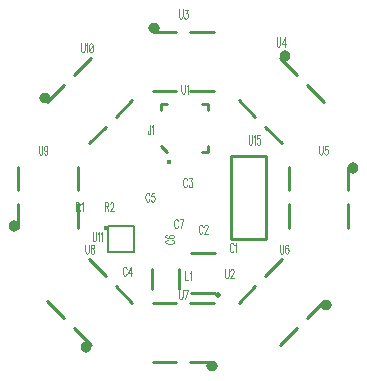
<source format=gto>
G04 DipTrace 2.4.0.2*
%INcircle.gto*%
%MOMM*%
%ADD10C,0.25*%
%ADD14C,0.4*%
%ADD18C,0.152*%
%ADD22O,0.437X0.4*%
%ADD27O,0.5X0.5*%
%ADD30O,0.975X0.925*%
%ADD35O,0.925X0.975*%
%ADD69C,0.118*%
%FSLAX53Y53*%
G04*
G71*
G90*
G75*
G01*
%LNTopSilk*%
%LPD*%
D22*
X25383Y29444D3*
X25238Y30361D2*
D10*
X24737Y30861D1*
Y33861D2*
Y34361D1*
X25238D1*
X28237D2*
X28738D1*
Y33861D1*
X28237Y30361D2*
X28738D1*
Y30861D1*
X27290Y18377D2*
X29290D1*
X27290Y21777D2*
X29290D1*
D27*
X29540Y18202D3*
X29218Y40444D2*
D10*
X27218D1*
X29218Y35444D2*
X27218D1*
X26018D2*
X24018D1*
X26018Y40444D2*
X24018D1*
D30*
X24155Y40807D3*
X23981Y18722D2*
D10*
Y20422D1*
X26281Y18722D2*
Y20422D1*
X38510Y34576D2*
X37096Y35990D1*
X34975Y31041D2*
X33560Y32455D1*
X32712Y33304D2*
X31298Y34718D1*
X36248Y36839D2*
X34834Y38254D1*
D35*
X35187Y38413D3*
X40577Y23885D2*
D10*
Y25885D1*
X35577Y23885D2*
Y25885D1*
Y27085D2*
Y29085D1*
X40577Y27085D2*
Y29085D1*
D35*
X40939Y28948D3*
X34833Y14010D2*
D10*
X36247Y15424D1*
X31298Y17546D2*
X32712Y18960D1*
X33561Y19808D2*
X34975Y21222D1*
X37096Y16272D2*
X38511Y17687D1*
D30*
X38670Y17333D3*
X24018Y12526D2*
D10*
X26018D1*
X24018Y17526D2*
X26018D1*
X27218D2*
X29218D1*
X27218Y12526D2*
X29218D1*
D30*
X29081Y12163D3*
X15092Y17687D2*
D10*
X16506Y16273D1*
X18628Y21222D2*
X20042Y19808D1*
X20890Y18959D2*
X22304Y17545D1*
X17354Y15424D2*
X18769Y14010D1*
D35*
X18415Y13850D3*
X12659Y29085D2*
D10*
Y27085D1*
X17659Y29085D2*
Y27085D1*
Y25885D2*
Y23885D1*
X12659Y25885D2*
Y23885D1*
D35*
X12296Y24022D3*
X18769Y38253D2*
D10*
X17355Y36839D1*
X22304Y34718D2*
X20890Y33303D1*
X20041Y32455D2*
X18627Y31041D1*
X16506Y35991D2*
X15092Y34577D1*
D30*
X14932Y34930D3*
X33644Y22954D2*
D10*
X30644D1*
Y29954D1*
X33644D1*
Y22954D1*
D14*
X20027Y23921D3*
X20252Y24046D2*
D18*
X22452D1*
Y21846D1*
X20252D1*
Y24046D1*
X26459Y36027D2*
D69*
Y35480D1*
X26481Y35371D1*
X26525Y35298D1*
X26590Y35261D1*
X26634D1*
X26700Y35298D1*
X26744Y35371D1*
X26765Y35480D1*
Y36027D1*
X26906Y35880D2*
X26950Y35917D1*
X27016Y36026D1*
Y35261D1*
X30138Y20409D2*
Y19862D1*
X30160Y19752D1*
X30204Y19680D1*
X30270Y19643D1*
X30313D1*
X30379Y19680D1*
X30423Y19752D1*
X30445Y19862D1*
Y20409D1*
X30608Y20226D2*
Y20262D1*
X30630Y20335D1*
X30651Y20372D1*
X30695Y20408D1*
X30783D1*
X30826Y20372D1*
X30848Y20335D1*
X30870Y20262D1*
Y20190D1*
X30848Y20116D1*
X30805Y20008D1*
X30586Y19643D1*
X30892D1*
X23803Y32582D2*
Y31999D1*
X23782Y31889D1*
X23759Y31853D1*
X23716Y31816D1*
X23672D1*
X23628Y31853D1*
X23607Y31889D1*
X23584Y31999D1*
Y32071D1*
X23944Y32435D2*
X23988Y32472D1*
X24054Y32581D1*
Y31816D1*
X26241Y42385D2*
Y41839D1*
X26263Y41729D1*
X26307Y41657D1*
X26372Y41620D1*
X26416D1*
X26481Y41657D1*
X26525Y41729D1*
X26547Y41839D1*
Y42385D1*
X26732Y42384D2*
X26972D1*
X26842Y42093D1*
X26907D1*
X26951Y42057D1*
X26972Y42020D1*
X26995Y41911D1*
Y41839D1*
X26972Y41729D1*
X26929Y41656D1*
X26863Y41620D1*
X26798D1*
X26732Y41656D1*
X26711Y41693D1*
X26688Y41765D1*
X30864Y22431D2*
X30842Y22503D1*
X30798Y22576D1*
X30754Y22613D1*
X30667D1*
X30623Y22576D1*
X30579Y22503D1*
X30557Y22431D1*
X30536Y22321D1*
Y22138D1*
X30557Y22030D1*
X30579Y21957D1*
X30623Y21884D1*
X30667Y21847D1*
X30754D1*
X30798Y21884D1*
X30842Y21957D1*
X30864Y22030D1*
X31005Y22466D2*
X31049Y22503D1*
X31114Y22612D1*
Y21847D1*
X28242Y23993D2*
X28221Y24065D1*
X28177Y24138D1*
X28133Y24175D1*
X28046D1*
X28002Y24138D1*
X27958Y24065D1*
X27936Y23993D1*
X27914Y23883D1*
Y23700D1*
X27936Y23592D1*
X27958Y23518D1*
X28002Y23446D1*
X28046Y23409D1*
X28133D1*
X28177Y23446D1*
X28221Y23518D1*
X28242Y23592D1*
X28406Y23992D2*
Y24028D1*
X28427Y24101D1*
X28449Y24138D1*
X28493Y24174D1*
X28581D1*
X28624Y24138D1*
X28646Y24101D1*
X28668Y24028D1*
Y23956D1*
X28646Y23882D1*
X28602Y23774D1*
X28383Y23409D1*
X28690D1*
X26790Y20255D2*
Y19489D1*
X27052D1*
X27193Y20109D2*
X27237Y20146D1*
X27303Y20254D1*
Y19489D1*
X34516Y40016D2*
Y39469D1*
X34538Y39360D1*
X34582Y39287D1*
X34648Y39250D1*
X34691D1*
X34757Y39287D1*
X34801Y39360D1*
X34823Y39469D1*
Y40016D1*
X35183Y39250D2*
Y40015D1*
X34964Y39506D1*
X35292D1*
X38112Y30851D2*
Y30305D1*
X38134Y30195D1*
X38178Y30123D1*
X38244Y30086D1*
X38287D1*
X38353Y30123D1*
X38397Y30195D1*
X38419Y30305D1*
Y30851D1*
X38822Y30850D2*
X38604D1*
X38582Y30523D1*
X38604Y30559D1*
X38670Y30596D1*
X38735D1*
X38800Y30559D1*
X38844Y30486D1*
X38866Y30377D1*
Y30305D1*
X38844Y30195D1*
X38800Y30122D1*
X38735Y30086D1*
X38670D1*
X38604Y30122D1*
X38582Y30159D1*
X38560Y30231D1*
X34790Y22481D2*
Y21935D1*
X34812Y21825D1*
X34856Y21753D1*
X34921Y21716D1*
X34965D1*
X35031Y21753D1*
X35075Y21825D1*
X35096Y21935D1*
Y22481D1*
X35500Y22372D2*
X35478Y22444D1*
X35412Y22481D1*
X35369D1*
X35303Y22444D1*
X35259Y22335D1*
X35238Y22153D1*
Y21971D1*
X35259Y21825D1*
X35303Y21752D1*
X35369Y21716D1*
X35391D1*
X35456Y21752D1*
X35500Y21825D1*
X35522Y21935D1*
Y21971D1*
X35500Y22081D1*
X35456Y22153D1*
X35391Y22189D1*
X35369D1*
X35303Y22153D1*
X35259Y22081D1*
X35238Y21971D1*
X26241Y18642D2*
Y18095D1*
X26263Y17986D1*
X26307Y17913D1*
X26372Y17876D1*
X26416D1*
X26481Y17913D1*
X26525Y17986D1*
X26547Y18095D1*
Y18642D1*
X26776Y17876D2*
X26995Y18641D1*
X26688D1*
X18321Y22482D2*
Y21935D1*
X18343Y21825D1*
X18387Y21753D1*
X18453Y21716D1*
X18496D1*
X18562Y21753D1*
X18606Y21825D1*
X18628Y21935D1*
Y22482D1*
X18878Y22481D2*
X18813Y22444D1*
X18791Y22372D1*
Y22299D1*
X18813Y22226D1*
X18856Y22189D1*
X18944Y22153D1*
X19009Y22117D1*
X19053Y22044D1*
X19075Y21971D1*
Y21862D1*
X19053Y21789D1*
X19031Y21752D1*
X18965Y21716D1*
X18878D1*
X18813Y21752D1*
X18791Y21789D1*
X18769Y21862D1*
Y21971D1*
X18791Y22044D1*
X18835Y22117D1*
X18900Y22153D1*
X18987Y22189D1*
X19031Y22226D1*
X19053Y22299D1*
Y22372D1*
X19031Y22444D1*
X18965Y22481D1*
X18878D1*
X14380Y30851D2*
Y30305D1*
X14402Y30195D1*
X14446Y30123D1*
X14512Y30086D1*
X14555D1*
X14621Y30123D1*
X14665Y30195D1*
X14687Y30305D1*
Y30851D1*
X15112Y30596D2*
X15090Y30486D1*
X15047Y30413D1*
X14981Y30377D1*
X14959D1*
X14893Y30413D1*
X14850Y30486D1*
X14828Y30596D1*
Y30632D1*
X14850Y30742D1*
X14893Y30814D1*
X14959Y30850D1*
X14981D1*
X15047Y30814D1*
X15090Y30742D1*
X15112Y30596D1*
Y30413D1*
X15090Y30231D1*
X15047Y30122D1*
X14981Y30086D1*
X14937D1*
X14872Y30122D1*
X14850Y30195D1*
X17944Y39512D2*
Y38966D1*
X17966Y38856D1*
X18010Y38784D1*
X18075Y38747D1*
X18119D1*
X18185Y38784D1*
X18229Y38856D1*
X18250Y38966D1*
Y39512D1*
X18391Y39366D2*
X18435Y39403D1*
X18501Y39512D1*
Y38747D1*
X18774Y39512D2*
X18708Y39475D1*
X18664Y39366D1*
X18642Y39184D1*
Y39074D1*
X18664Y38893D1*
X18708Y38783D1*
X18774Y38747D1*
X18817D1*
X18883Y38783D1*
X18926Y38893D1*
X18949Y39074D1*
Y39184D1*
X18926Y39366D1*
X18883Y39475D1*
X18817Y39512D1*
X18774D1*
X18926Y39366D2*
X18664Y38893D1*
X32142Y31720D2*
Y31173D1*
X32163Y31064D1*
X32207Y30991D1*
X32273Y30954D1*
X32316D1*
X32382Y30991D1*
X32426Y31064D1*
X32448Y31173D1*
Y31720D1*
X32589Y31573D2*
X32633Y31610D1*
X32699Y31719D1*
Y30954D1*
X33102Y31719D2*
X32884D1*
X32862Y31391D1*
X32884Y31427D1*
X32949Y31465D1*
X33015D1*
X33080Y31427D1*
X33124Y31355D1*
X33146Y31246D1*
Y31173D1*
X33124Y31064D1*
X33080Y30990D1*
X33015Y30954D1*
X32949D1*
X32884Y30990D1*
X32862Y31027D1*
X32840Y31100D1*
X26934Y27942D2*
X26912Y28015D1*
X26868Y28088D1*
X26825Y28124D1*
X26737D1*
X26693Y28088D1*
X26650Y28015D1*
X26628Y27942D1*
X26606Y27833D1*
Y27650D1*
X26628Y27541D1*
X26650Y27468D1*
X26693Y27396D1*
X26737Y27359D1*
X26825D1*
X26868Y27396D1*
X26912Y27468D1*
X26934Y27541D1*
X27119Y28123D2*
X27359D1*
X27228Y27832D1*
X27294D1*
X27337Y27796D1*
X27359Y27760D1*
X27381Y27650D1*
Y27578D1*
X27359Y27468D1*
X27316Y27395D1*
X27250Y27359D1*
X27184D1*
X27119Y27395D1*
X27097Y27432D1*
X27075Y27504D1*
X17527Y25689D2*
X17724D1*
X17789Y25726D1*
X17812Y25762D1*
X17833Y25835D1*
Y25908D1*
X17812Y25981D1*
X17789Y26018D1*
X17724Y26054D1*
X17527D1*
Y25288D1*
X17680Y25689D2*
X17833Y25288D1*
X17974Y25907D2*
X18018Y25944D1*
X18084Y26053D1*
Y25288D1*
X19966Y25711D2*
X20163D1*
X20229Y25748D1*
X20251Y25784D1*
X20273Y25857D1*
Y25930D1*
X20251Y26003D1*
X20229Y26040D1*
X20163Y26076D1*
X19966D1*
Y25310D1*
X20119Y25711D2*
X20273Y25310D1*
X20436Y25893D2*
Y25929D1*
X20458Y26003D1*
X20479Y26039D1*
X20523Y26075D1*
X20611D1*
X20654Y26039D1*
X20676Y26003D1*
X20698Y25929D1*
Y25857D1*
X20676Y25784D1*
X20633Y25675D1*
X20414Y25310D1*
X20720D1*
X21808Y20432D2*
X21786Y20504D1*
X21742Y20578D1*
X21698Y20614D1*
X21611D1*
X21567Y20578D1*
X21524Y20504D1*
X21501Y20432D1*
X21480Y20322D1*
Y20140D1*
X21501Y20031D1*
X21524Y19958D1*
X21567Y19885D1*
X21611Y19848D1*
X21698D1*
X21742Y19885D1*
X21786Y19958D1*
X21808Y20031D1*
X22168Y19848D2*
Y20613D1*
X21949Y20103D1*
X22277D1*
X23739Y26707D2*
X23718Y26780D1*
X23674Y26853D1*
X23630Y26889D1*
X23543D1*
X23499Y26853D1*
X23455Y26780D1*
X23433Y26707D1*
X23411Y26598D1*
Y26415D1*
X23433Y26306D1*
X23455Y26233D1*
X23499Y26160D1*
X23543Y26123D1*
X23630D1*
X23674Y26160D1*
X23718Y26233D1*
X23739Y26306D1*
X24143Y26888D2*
X23925D1*
X23903Y26561D1*
X23925Y26597D1*
X23990Y26634D1*
X24055D1*
X24121Y26597D1*
X24165Y26524D1*
X24187Y26415D1*
Y26342D1*
X24165Y26233D1*
X24121Y26160D1*
X24055Y26123D1*
X23990D1*
X23925Y26160D1*
X23903Y26197D1*
X23881Y26269D1*
X25279Y22875D2*
X25207Y22853D1*
X25134Y22809D1*
X25097Y22766D1*
Y22679D1*
X25134Y22635D1*
X25207Y22591D1*
X25279Y22569D1*
X25389Y22547D1*
X25572D1*
X25680Y22569D1*
X25753Y22591D1*
X25826Y22635D1*
X25863Y22679D1*
Y22766D1*
X25826Y22809D1*
X25753Y22853D1*
X25680Y22875D1*
X25207Y23279D2*
X25134Y23257D1*
X25098Y23191D1*
Y23148D1*
X25134Y23082D1*
X25244Y23038D1*
X25426Y23016D1*
X25608D1*
X25753Y23038D1*
X25827Y23082D1*
X25863Y23148D1*
Y23169D1*
X25827Y23235D1*
X25753Y23279D1*
X25644Y23300D1*
X25608D1*
X25498Y23279D1*
X25426Y23235D1*
X25390Y23169D1*
Y23148D1*
X25426Y23082D1*
X25498Y23038D1*
X25608Y23016D1*
X26169Y24458D2*
X26147Y24531D1*
X26103Y24604D1*
X26060Y24640D1*
X25973D1*
X25929Y24604D1*
X25885Y24531D1*
X25863Y24458D1*
X25841Y24349D1*
Y24166D1*
X25863Y24058D1*
X25885Y23984D1*
X25929Y23912D1*
X25973Y23875D1*
X26060D1*
X26103Y23912D1*
X26147Y23984D1*
X26169Y24058D1*
X26398Y23875D2*
X26617Y24640D1*
X26310D1*
X18938Y23526D2*
Y22980D1*
X18959Y22870D1*
X19003Y22798D1*
X19069Y22761D1*
X19112D1*
X19178Y22798D1*
X19222Y22870D1*
X19244Y22980D1*
Y23526D1*
X19385Y23380D2*
X19429Y23417D1*
X19495Y23526D1*
Y22761D1*
X19636Y23380D2*
X19680Y23417D1*
X19746Y23526D1*
Y22761D1*
M02*

</source>
